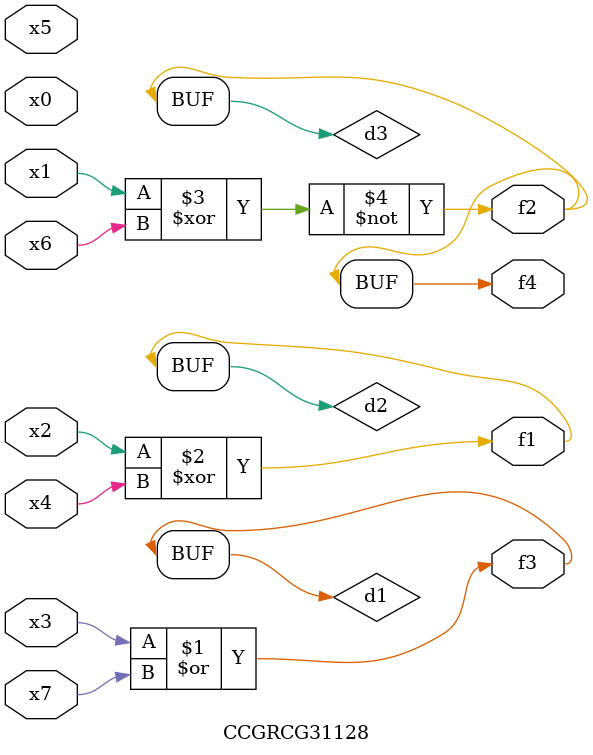
<source format=v>
module CCGRCG31128(
	input x0, x1, x2, x3, x4, x5, x6, x7,
	output f1, f2, f3, f4
);

	wire d1, d2, d3;

	or (d1, x3, x7);
	xor (d2, x2, x4);
	xnor (d3, x1, x6);
	assign f1 = d2;
	assign f2 = d3;
	assign f3 = d1;
	assign f4 = d3;
endmodule

</source>
